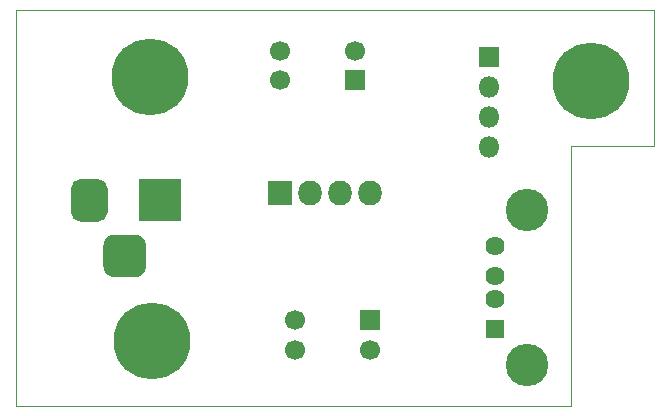
<source format=gbr>
%TF.GenerationSoftware,KiCad,Pcbnew,(5.1.6)-1*%
%TF.CreationDate,2020-05-29T18:25:57-04:00*%
%TF.ProjectId,storjNodePSU,73746f72-6a4e-46f6-9465-5053552e6b69,rev?*%
%TF.SameCoordinates,Original*%
%TF.FileFunction,Soldermask,Bot*%
%TF.FilePolarity,Negative*%
%FSLAX46Y46*%
G04 Gerber Fmt 4.6, Leading zero omitted, Abs format (unit mm)*
G04 Created by KiCad (PCBNEW (5.1.6)-1) date 2020-05-29 18:25:57*
%MOMM*%
%LPD*%
G01*
G04 APERTURE LIST*
%TA.AperFunction,Profile*%
%ADD10C,0.050000*%
%TD*%
%ADD11C,6.500000*%
%ADD12C,0.900000*%
%ADD13R,1.700000X1.700000*%
%ADD14C,1.700000*%
%ADD15R,3.600000X3.600000*%
%ADD16C,3.600000*%
%ADD17R,1.624000X1.624000*%
%ADD18C,1.624000*%
%ADD19R,1.800000X1.800000*%
%ADD20O,1.800000X1.800000*%
%ADD21R,2.005000X2.100000*%
%ADD22O,2.005000X2.100000*%
G04 APERTURE END LIST*
D10*
X141500000Y-113500000D02*
X141500000Y-135500000D01*
X148500000Y-113500000D02*
X141500000Y-113500000D01*
X148500000Y-102000000D02*
X148500000Y-113500000D01*
X147000000Y-102000000D02*
X148500000Y-102000000D01*
X147000000Y-102000000D02*
X94500000Y-102000000D01*
X94500000Y-112500000D02*
X94500000Y-102000000D01*
X94500000Y-135500000D02*
X141500000Y-135500000D01*
X94500000Y-112500000D02*
X94500000Y-135500000D01*
D11*
%TO.C,MH3*%
X143200000Y-108000000D03*
D12*
X145600000Y-108000000D03*
X144897056Y-109697056D03*
X143200000Y-110400000D03*
X141502944Y-109697056D03*
X140800000Y-108000000D03*
X141502944Y-106302944D03*
X143200000Y-105600000D03*
X144897056Y-106302944D03*
%TD*%
D11*
%TO.C,MH2*%
X106000000Y-130000000D03*
D12*
X108400000Y-130000000D03*
X107697056Y-131697056D03*
X106000000Y-132400000D03*
X104302944Y-131697056D03*
X103600000Y-130000000D03*
X104302944Y-128302944D03*
X106000000Y-127600000D03*
X107697056Y-128302944D03*
%TD*%
%TO.C,MH1*%
X107500000Y-106000000D03*
X105802944Y-105297056D03*
X104105888Y-106000000D03*
X103402944Y-107697056D03*
X104105888Y-109394112D03*
X105802944Y-110097056D03*
X107500000Y-109394112D03*
X108202944Y-107697056D03*
D11*
X105802944Y-107697056D03*
%TD*%
D13*
%TO.C,C1*%
X123190000Y-107950000D03*
D14*
X123190000Y-105450000D03*
%TD*%
%TO.C,C2*%
X124460000Y-130770000D03*
D13*
X124460000Y-128270000D03*
%TD*%
D14*
%TO.C,C3*%
X116840000Y-107950000D03*
X116840000Y-105450000D03*
%TD*%
%TO.C,C4*%
X118110000Y-130770000D03*
X118110000Y-128270000D03*
%TD*%
D15*
%TO.C,J1*%
X106680000Y-118110000D03*
G36*
G01*
X99130000Y-119135000D02*
X99130000Y-117085000D01*
G75*
G02*
X99905000Y-116310000I775000J0D01*
G01*
X101455000Y-116310000D01*
G75*
G02*
X102230000Y-117085000I0J-775000D01*
G01*
X102230000Y-119135000D01*
G75*
G02*
X101455000Y-119910000I-775000J0D01*
G01*
X99905000Y-119910000D01*
G75*
G02*
X99130000Y-119135000I0J775000D01*
G01*
G37*
G36*
G01*
X101880000Y-123710000D02*
X101880000Y-121910000D01*
G75*
G02*
X102780000Y-121010000I900000J0D01*
G01*
X104580000Y-121010000D01*
G75*
G02*
X105480000Y-121910000I0J-900000D01*
G01*
X105480000Y-123710000D01*
G75*
G02*
X104580000Y-124610000I-900000J0D01*
G01*
X102780000Y-124610000D01*
G75*
G02*
X101880000Y-123710000I0J900000D01*
G01*
G37*
%TD*%
D16*
%TO.C,J3*%
X137710000Y-118930000D03*
X137710000Y-132070000D03*
D17*
X135000000Y-129000000D03*
D18*
X135000000Y-126500000D03*
X135000000Y-124500000D03*
X135000000Y-122000000D03*
%TD*%
D19*
%TO.C,J4*%
X134500000Y-106000000D03*
D20*
X134500000Y-108540000D03*
X134500000Y-111080000D03*
X134500000Y-113620000D03*
%TD*%
D21*
%TO.C,U1*%
X116840000Y-117500000D03*
D22*
X119380000Y-117500000D03*
X121920000Y-117500000D03*
X124460000Y-117500000D03*
%TD*%
M02*

</source>
